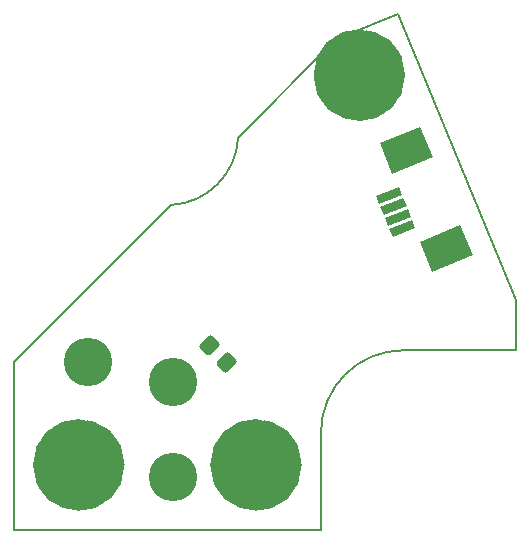
<source format=gbr>
%TF.GenerationSoftware,KiCad,Pcbnew,5.1.6*%
%TF.CreationDate,2020-08-18T09:51:56+02:00*%
%TF.ProjectId,Sample-Bias-Interconnect,53616d70-6c65-42d4-9269-61732d496e74,rev?*%
%TF.SameCoordinates,Original*%
%TF.FileFunction,Soldermask,Top*%
%TF.FilePolarity,Negative*%
%FSLAX46Y46*%
G04 Gerber Fmt 4.6, Leading zero omitted, Abs format (unit mm)*
G04 Created by KiCad (PCBNEW 5.1.6) date 2020-08-18 09:51:56*
%MOMM*%
%LPD*%
G01*
G04 APERTURE LIST*
%ADD10C,2.500000*%
%TA.AperFunction,Profile*%
%ADD11C,0.200000*%
%TD*%
%ADD12C,4.100000*%
%ADD13C,3.300000*%
%ADD14C,0.100000*%
G04 APERTURE END LIST*
D10*
X144610077Y-97000000D02*
G75*
G03*
X144610077Y-97000000I-2610077J0D01*
G01*
X159610077Y-97000000D02*
G75*
G03*
X159610077Y-97000000I-2610077J0D01*
G01*
X168360077Y-64000000D02*
G75*
G03*
X168360077Y-64000000I-2610077J0D01*
G01*
D11*
X169070900Y-58824800D02*
X179000000Y-83000000D01*
X136500000Y-88287700D02*
X149794962Y-74992700D01*
X155492750Y-69295000D02*
X163300600Y-61487100D01*
X179000000Y-87290100D02*
X169500000Y-87290100D01*
X179000000Y-83000000D02*
X179000000Y-87290100D01*
X162500000Y-94290100D02*
G75*
G02*
X169500000Y-87290100I7000000J0D01*
G01*
X163300626Y-61487027D02*
G75*
G02*
X164445764Y-60724339I2474874J-2474873D01*
G01*
X136500000Y-102500000D02*
X136500000Y-88287700D01*
X169070900Y-58824800D02*
X164445800Y-60724400D01*
X162500000Y-94290100D02*
X162500000Y-102500000D01*
X162500000Y-102500000D02*
X136500000Y-102500000D01*
X155492746Y-69294963D02*
G75*
G02*
X149794960Y-74992746I-5992746J294963D01*
G01*
D12*
%TO.C,TP3*%
X142750000Y-88250000D03*
%TD*%
D13*
%TO.C,REF\u002A\u002A*%
X157000000Y-97000000D03*
%TD*%
%TO.C,REF\u002A\u002A*%
X142000000Y-97000000D03*
%TD*%
%TO.C,REF\u002A\u002A*%
X165750000Y-64000000D03*
%TD*%
%TO.C,R1*%
G36*
G01*
X153744315Y-88221370D02*
X154421369Y-87544315D01*
G75*
G02*
X154804975Y-87544315I191803J-191803D01*
G01*
X155305253Y-88044593D01*
G75*
G02*
X155305253Y-88428199I-191803J-191803D01*
G01*
X154628199Y-89105253D01*
G75*
G02*
X154244593Y-89105253I-191803J191803D01*
G01*
X153744315Y-88604975D01*
G75*
G02*
X153744315Y-88221369I191803J191803D01*
G01*
G37*
G36*
G01*
X152295092Y-86771457D02*
X152971456Y-86095092D01*
G75*
G02*
X153355752Y-86095092I192148J-192148D01*
G01*
X153855340Y-86594680D01*
G75*
G02*
X153855340Y-86978976I-192148J-192148D01*
G01*
X153178976Y-87655340D01*
G75*
G02*
X152794680Y-87655340I-192148J192148D01*
G01*
X152295092Y-87155752D01*
G75*
G02*
X152295092Y-86771456I192148J192148D01*
G01*
G37*
%TD*%
D12*
%TO.C,TP2*%
X150000000Y-90000000D03*
%TD*%
%TO.C,TP1*%
X150000000Y-98000000D03*
%TD*%
D14*
%TO.C,J1*%
G36*
X171960534Y-70950400D02*
G01*
X168537258Y-72354387D01*
X167482370Y-69782304D01*
X170905646Y-68378317D01*
X171960534Y-70950400D01*
G37*
G36*
X175368050Y-79258783D02*
G01*
X171944774Y-80662770D01*
X170889886Y-78090687D01*
X174313162Y-76686700D01*
X175368050Y-79258783D01*
G37*
G36*
X169371615Y-74125227D02*
G01*
X167428675Y-74922085D01*
X167159261Y-74265187D01*
X169102201Y-73468329D01*
X169371615Y-74125227D01*
G37*
G36*
X169751071Y-75050436D02*
G01*
X167808131Y-75847294D01*
X167538717Y-75190396D01*
X169481657Y-74393538D01*
X169751071Y-75050436D01*
G37*
G36*
X170130528Y-75975646D02*
G01*
X168187588Y-76772504D01*
X167918174Y-76115606D01*
X169861114Y-75318748D01*
X170130528Y-75975646D01*
G37*
G36*
X170509984Y-76900856D02*
G01*
X168567044Y-77697714D01*
X168297630Y-77040816D01*
X170240570Y-76243958D01*
X170509984Y-76900856D01*
G37*
%TD*%
M02*

</source>
